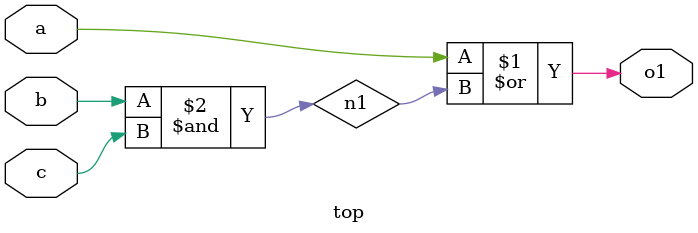
<source format=v>
module top (a, b, c, o1);
input a, b, c;
output o1;
wire a, b, c, o1, n1;
or g2 (o1, a, n1);
and g1 (n1, b, c);
endmodule
</source>
